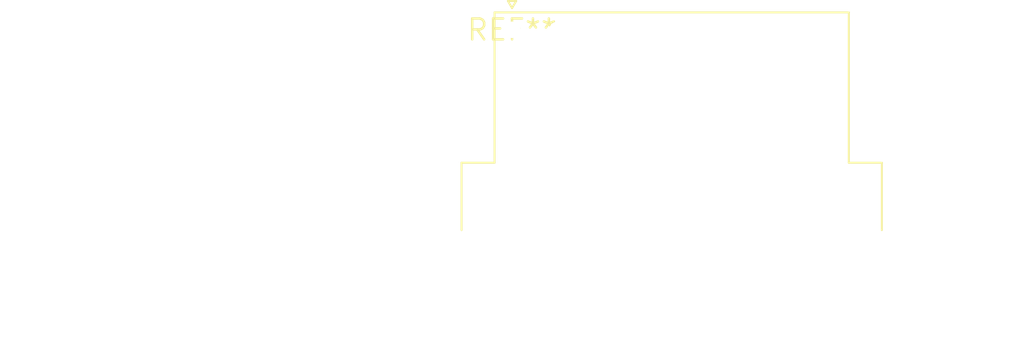
<source format=kicad_pcb>
(kicad_pcb (version 20240108) (generator pcbnew)
  (layers (0 "F.Cu" signal) (31 "B.Cu" signal) (34 "B.Paste" user) (35 "F.Paste" user) (36 "B.SilkS" user "B.Silkscreen") (37 "F.SilkS" user "F.Silkscreen") (38 "B.Mask" user) (39 "F.Mask" user) (44 "Edge.Cuts" user))
  (net 0 "")
  (footprint "DSUB-15_Male_Horizontal_P2.77x2.84mm_EdgePinOffset9.40mm" (layer "F.Cu") (at 0 0)
    (property "Reference" "REF**")
    (property "Value" "DSUB-15_Male_Horizontal_P2.77x2.84mm_EdgePinOffset9.40mm")
    (fp_line (start -3.065 8.08) (end -1.06 8.08) (layer "F.SilkS") (stroke (width 0.12)))
    (fp_line (start -3.065 12.18) (end -3.065 8.08) (layer "F.SilkS") (stroke (width 0.12)))
    (fp_line (start -1.06 -1.06) (end 20.45 -1.06) (layer "F.SilkS") (stroke (width 0.12)))
    (fp_line (start -1.06 8.08) (end -1.06 -1.06) (layer "F.SilkS") (stroke (width 0.12)))
    (fp_line (start -0.25 -1.754338) (end 0.25 -1.754338) (layer "F.SilkS") (stroke (width 0.12)))
    (fp_line (start 0 -1.321325) (end -0.25 -1.754338) (layer "F.SilkS") (stroke (width 0.12)))
    (fp_line (start 0.25 -1.754338) (end 0 -1.321325) (layer "F.SilkS") (stroke (width 0.12)))
    (fp_line (start 20.45 -1.06) (end 20.45 8.08) (layer "F.SilkS") (stroke (width 0.12)))
    (fp_line (start 20.45 8.08) (end 22.455 8.08) (layer "F.SilkS") (stroke (width 0.12)))
    (fp_line (start 22.455 8.08) (end 22.455 12.18) (layer "F.SilkS") (stroke (width 0.12)))
    (pad "1" thru_hole rect (at 0 0) (size 1.6 1.6) (drill 1) (layers *.Cu *.Mask) (remove_unused_layers))
    (pad "2" thru_hole circle (at 2.77 0) (size 1.6 1.6) (drill 1) (layers *.Cu *.Mask) (remove_unused_layers))
    (pad "3" thru_hole circle (at 5.54 0) (size 1.6 1.6) (drill 1) (layers *.Cu *.Mask) (remove_unused_layers))
    (pad "4" thru_hole circle (at 8.31 0) (size 1.6 1.6) (drill 1) (layers *.Cu *.Mask) (remove_unused_layers))
    (pad "5" thru_hole circle (at 11.08 0) (size 1.6 1.6) (drill 1) (layers *.Cu *.Mask) (remove_unused_layers))
    (pad "6" thru_hole circle (at 13.85 0) (size 1.6 1.6) (drill 1) (layers *.Cu *.Mask) (remove_unused_layers))
    (pad "7" thru_hole circle (at 16.62 0) (size 1.6 1.6) (drill 1) (layers *.Cu *.Mask) (remove_unused_layers))
    (pad "8" thru_hole circle (at 19.39 0) (size 1.6 1.6) (drill 1) (layers *.Cu *.Mask) (remove_unused_layers))
    (pad "9" thru_hole circle (at 1.385 2.84) (size 1.6 1.6) (drill 1) (layers *.Cu *.Mask) (remove_unused_layers))
    (pad "10" thru_hole circle (at 4.155 2.84) (size 1.6 1.6) (drill 1) (layers *.Cu *.Mask) (remove_unused_layers))
    (pad "11" thru_hole circle (at 6.925 2.84) (size 1.6 1.6) (drill 1) (layers *.Cu *.Mask) (remove_unused_layers))
    (pad "12" thru_hole circle (at 9.695 2.84) (size 1.6 1.6) (drill 1) (layers *.Cu *.Mask) (remove_unused_layers))
    (pad "13" thru_hole circle (at 12.465 2.84) (size 1.6 1.6) (drill 1) (layers *.Cu *.Mask) (remove_unused_layers))
    (pad "14" thru_hole circle (at 15.235 2.84) (size 1.6 1.6) (drill 1) (layers *.Cu *.Mask) (remove_unused_layers))
    (pad "15" thru_hole circle (at 18.005 2.84) (size 1.6 1.6) (drill 1) (layers *.Cu *.Mask) (remove_unused_layers))
  )
)
</source>
